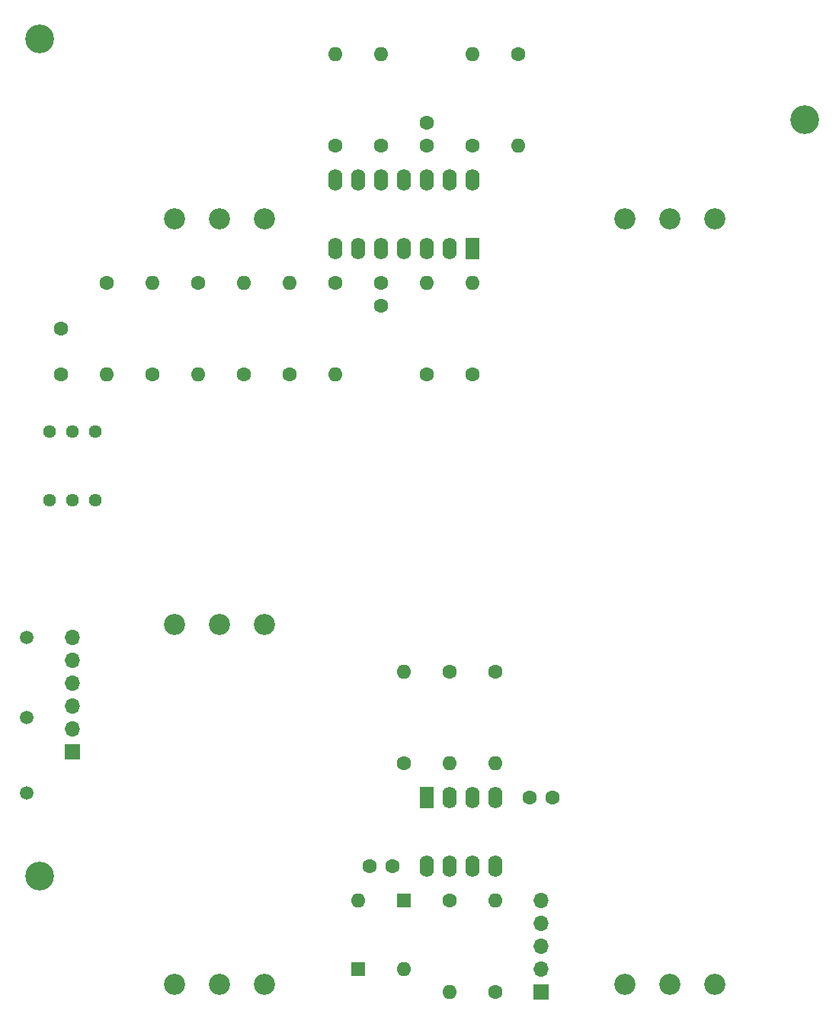
<source format=gbs>
G04 #@! TF.GenerationSoftware,KiCad,Pcbnew,7.0.0-rc2-unknown-92a61b187f~165~ubuntu22.04.1*
G04 #@! TF.CreationDate,2023-02-10T23:31:31-05:00*
G04 #@! TF.ProjectId,pmf_b2,706d665f-6232-42e6-9b69-6361645f7063,rev?*
G04 #@! TF.SameCoordinates,Original*
G04 #@! TF.FileFunction,Soldermask,Bot*
G04 #@! TF.FilePolarity,Negative*
%FSLAX46Y46*%
G04 Gerber Fmt 4.6, Leading zero omitted, Abs format (unit mm)*
G04 Created by KiCad (PCBNEW 7.0.0-rc2-unknown-92a61b187f~165~ubuntu22.04.1) date 2023-02-10 23:31:31*
%MOMM*%
%LPD*%
G01*
G04 APERTURE LIST*
%ADD10C,3.200000*%
%ADD11C,1.500000*%
%ADD12C,2.340000*%
%ADD13C,1.600000*%
%ADD14O,1.600000X1.600000*%
%ADD15R,1.600000X1.600000*%
%ADD16C,1.440000*%
%ADD17R,1.600000X2.400000*%
%ADD18O,1.600000X2.400000*%
%ADD19R,1.700000X1.700000*%
%ADD20O,1.700000X1.700000*%
G04 APERTURE END LIST*
D10*
G04 #@! TO.C,H6*
X192500000Y-58000000D03*
G04 #@! TD*
D11*
G04 #@! TO.C,TP10*
X106080000Y-132720000D03*
G04 #@! TD*
D12*
G04 #@! TO.C,RV10*
X172500000Y-154000000D03*
X177500000Y-154000000D03*
X182500000Y-154000000D03*
G04 #@! TD*
D10*
G04 #@! TO.C,H4*
X107500000Y-49000000D03*
G04 #@! TD*
D12*
G04 #@! TO.C,RV8*
X122500000Y-114000000D03*
X127500000Y-114000000D03*
X132500000Y-114000000D03*
G04 #@! TD*
D11*
G04 #@! TO.C,TP11*
X106080000Y-124350000D03*
G04 #@! TD*
D12*
G04 #@! TO.C,RV7*
X172500000Y-69000000D03*
X177500000Y-69000000D03*
X182500000Y-69000000D03*
G04 #@! TD*
G04 #@! TO.C,RV6*
X122500000Y-69000000D03*
X127500000Y-69000000D03*
X132500000Y-69000000D03*
G04 #@! TD*
D11*
G04 #@! TO.C,TP12*
X106080000Y-115460000D03*
G04 #@! TD*
D10*
G04 #@! TO.C,H5*
X107500000Y-142000000D03*
G04 #@! TD*
D12*
G04 #@! TO.C,RV9*
X122500000Y-154000000D03*
X127500000Y-154000000D03*
X132500000Y-154000000D03*
G04 #@! TD*
D13*
G04 #@! TO.C,R71*
X125130000Y-76090000D03*
D14*
X125129999Y-86249999D03*
G04 #@! TD*
D13*
G04 #@! TO.C,R65*
X153070000Y-119260000D03*
D14*
X153069999Y-129419999D03*
G04 #@! TD*
D13*
G04 #@! TO.C,R74*
X120050000Y-86250000D03*
D14*
X120049999Y-76089999D03*
G04 #@! TD*
D13*
G04 #@! TO.C,R66*
X145450000Y-60850000D03*
D14*
X145449999Y-50689999D03*
G04 #@! TD*
D13*
G04 #@! TO.C,C15*
X145450000Y-76090000D03*
X145450000Y-78590000D03*
G04 #@! TD*
G04 #@! TO.C,C17*
X146710000Y-140850000D03*
X144210000Y-140850000D03*
G04 #@! TD*
G04 #@! TO.C,R68*
X147980000Y-129420000D03*
D14*
X147979999Y-119259999D03*
G04 #@! TD*
D13*
G04 #@! TO.C,R59*
X155610000Y-60850000D03*
D14*
X155609999Y-50689999D03*
G04 #@! TD*
D15*
G04 #@! TO.C,D3*
X147979999Y-144659999D03*
D14*
X147979999Y-152279999D03*
G04 #@! TD*
D16*
G04 #@! TO.C,RV5*
X113700000Y-100220000D03*
X111160000Y-100220000D03*
X108620000Y-100220000D03*
G04 #@! TD*
D13*
G04 #@! TO.C,C18*
X164490000Y-133230000D03*
X161990000Y-133230000D03*
G04 #@! TD*
G04 #@! TO.C,R72*
X114970000Y-76090000D03*
D14*
X114969999Y-86249999D03*
G04 #@! TD*
D13*
G04 #@! TO.C,R73*
X153060000Y-144660000D03*
D14*
X153059999Y-154819999D03*
G04 #@! TD*
D17*
G04 #@! TO.C,U3*
X155609999Y-72279999D03*
D18*
X153069999Y-72279999D03*
X150529999Y-72279999D03*
X147989999Y-72279999D03*
X145449999Y-72279999D03*
X142909999Y-72279999D03*
X140369999Y-72279999D03*
X140369999Y-64659999D03*
X142909999Y-64659999D03*
X145449999Y-64659999D03*
X147989999Y-64659999D03*
X150529999Y-64659999D03*
X153069999Y-64659999D03*
X155609999Y-64659999D03*
G04 #@! TD*
D17*
G04 #@! TO.C,U4*
X150529999Y-133239999D03*
D18*
X153069999Y-133239999D03*
X155609999Y-133239999D03*
X158149999Y-133239999D03*
X158149999Y-140859999D03*
X155609999Y-140859999D03*
X153069999Y-140859999D03*
X150529999Y-140859999D03*
G04 #@! TD*
D13*
G04 #@! TO.C,R58*
X140370000Y-60850000D03*
D14*
X140369999Y-50689999D03*
G04 #@! TD*
D19*
G04 #@! TO.C,J4*
X163229999Y-154829999D03*
D20*
X163229999Y-152289999D03*
X163229999Y-149749999D03*
X163229999Y-147209999D03*
X163229999Y-144669999D03*
G04 #@! TD*
D13*
G04 #@! TO.C,R69*
X160690000Y-50690000D03*
D14*
X160689999Y-60849999D03*
G04 #@! TD*
D13*
G04 #@! TO.C,R62*
X155610000Y-86260000D03*
D14*
X155609999Y-76099999D03*
G04 #@! TD*
D13*
G04 #@! TO.C,C14*
X109890000Y-86210000D03*
X109890000Y-81210000D03*
G04 #@! TD*
G04 #@! TO.C,R70*
X158140000Y-154820000D03*
D14*
X158139999Y-144659999D03*
G04 #@! TD*
D16*
G04 #@! TO.C,RV11*
X113700000Y-92600000D03*
X111160000Y-92600000D03*
X108620000Y-92600000D03*
G04 #@! TD*
D13*
G04 #@! TO.C,R64*
X158160000Y-119270000D03*
D14*
X158159999Y-129429999D03*
G04 #@! TD*
D19*
G04 #@! TO.C,J3*
X111159999Y-128159999D03*
D20*
X111159999Y-125619999D03*
X111159999Y-123079999D03*
X111159999Y-120539999D03*
X111159999Y-117999999D03*
X111159999Y-115459999D03*
G04 #@! TD*
D13*
G04 #@! TO.C,R60*
X130200000Y-86240000D03*
D14*
X130199999Y-76079999D03*
G04 #@! TD*
D13*
G04 #@! TO.C,R61*
X135280000Y-86240000D03*
D14*
X135279999Y-76079999D03*
G04 #@! TD*
D13*
G04 #@! TO.C,C16*
X150530000Y-58310000D03*
X150530000Y-60810000D03*
G04 #@! TD*
G04 #@! TO.C,R63*
X150530000Y-86260000D03*
D14*
X150529999Y-76099999D03*
G04 #@! TD*
D15*
G04 #@! TO.C,D4*
X142899999Y-152279999D03*
D14*
X142899999Y-144659999D03*
G04 #@! TD*
D13*
G04 #@! TO.C,R67*
X140370000Y-76090000D03*
D14*
X140369999Y-86249999D03*
G04 #@! TD*
M02*

</source>
